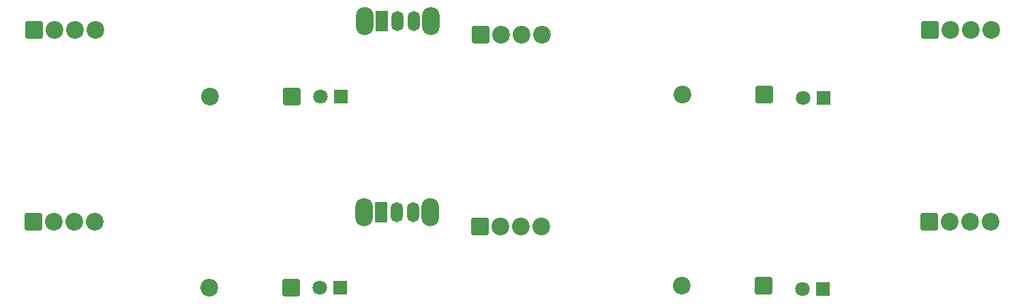
<source format=gbr>
%TF.GenerationSoftware,KiCad,Pcbnew,9.0.3*%
%TF.CreationDate,2025-09-30T08:48:07-07:00*%
%TF.ProjectId,backplate_wiring,6261636b-706c-4617-9465-5f776972696e,rev?*%
%TF.SameCoordinates,Original*%
%TF.FileFunction,Copper,L2,Bot*%
%TF.FilePolarity,Positive*%
%FSLAX46Y46*%
G04 Gerber Fmt 4.6, Leading zero omitted, Abs format (unit mm)*
G04 Created by KiCad (PCBNEW 9.0.3) date 2025-09-30 08:48:07*
%MOMM*%
%LPD*%
G01*
G04 APERTURE LIST*
G04 Aperture macros list*
%AMRoundRect*
0 Rectangle with rounded corners*
0 $1 Rounding radius*
0 $2 $3 $4 $5 $6 $7 $8 $9 X,Y pos of 4 corners*
0 Add a 4 corners polygon primitive as box body*
4,1,4,$2,$3,$4,$5,$6,$7,$8,$9,$2,$3,0*
0 Add four circle primitives for the rounded corners*
1,1,$1+$1,$2,$3*
1,1,$1+$1,$4,$5*
1,1,$1+$1,$6,$7*
1,1,$1+$1,$8,$9*
0 Add four rect primitives between the rounded corners*
20,1,$1+$1,$2,$3,$4,$5,0*
20,1,$1+$1,$4,$5,$6,$7,0*
20,1,$1+$1,$6,$7,$8,$9,0*
20,1,$1+$1,$8,$9,$2,$3,0*%
G04 Aperture macros list end*
%TA.AperFunction,ComponentPad*%
%ADD10RoundRect,0.249999X0.850001X0.850001X-0.850001X0.850001X-0.850001X-0.850001X0.850001X-0.850001X0*%
%TD*%
%TA.AperFunction,ComponentPad*%
%ADD11C,2.200000*%
%TD*%
%TA.AperFunction,ComponentPad*%
%ADD12O,2.200000X3.500000*%
%TD*%
%TA.AperFunction,ComponentPad*%
%ADD13R,1.500000X2.500000*%
%TD*%
%TA.AperFunction,ComponentPad*%
%ADD14O,1.500000X2.500000*%
%TD*%
%TA.AperFunction,ComponentPad*%
%ADD15R,1.800000X1.800000*%
%TD*%
%TA.AperFunction,ComponentPad*%
%ADD16C,1.800000*%
%TD*%
%TA.AperFunction,ComponentPad*%
%ADD17RoundRect,0.249999X-0.850001X-0.850001X0.850001X-0.850001X0.850001X0.850001X-0.850001X0.850001X0*%
%TD*%
G04 APERTURE END LIST*
D10*
%TO.P,D4,1,K*%
%TO.N,Net-(D2-A)*%
X122518000Y-129822000D03*
D11*
%TO.P,D4,2,A*%
%TO.N,GND*%
X112358000Y-129822000D03*
%TD*%
D12*
%TO.P,SW2,*%
%TO.N,*%
X131590000Y-120424000D03*
X139790000Y-120424000D03*
D13*
%TO.P,SW2,1,C*%
%TO.N,GND*%
X133690000Y-120424000D03*
D14*
%TO.P,SW2,2,B*%
%TO.N,Net-(J1-Pin_2)*%
X135690000Y-120424000D03*
%TO.P,SW2,3,A*%
%TO.N,unconnected-(SW2-A-Pad3)*%
X137690000Y-120424000D03*
%TD*%
D15*
%TO.P,D2,1,K*%
%TO.N,Net-(D2-K)*%
X128614000Y-129822000D03*
D16*
%TO.P,D2,2,A*%
%TO.N,Net-(D2-A)*%
X126074000Y-129822000D03*
%TD*%
D10*
%TO.P,D3,1,K*%
%TO.N,Net-(D1-A)*%
X181192000Y-129568000D03*
D11*
%TO.P,D3,2,A*%
%TO.N,Net-(D3-A)*%
X171032000Y-129568000D03*
%TD*%
D17*
%TO.P,J5,1,Pin_1*%
%TO.N,+BATT*%
X90514000Y-121592400D03*
D11*
%TO.P,J5,2,Pin_2*%
%TO.N,-BATT*%
X93054000Y-121592400D03*
%TO.P,J5,3,Pin_3*%
%TO.N,GND*%
X95594000Y-121592400D03*
%TO.P,J5,4,Pin_4*%
X98134000Y-121592400D03*
%TD*%
D15*
%TO.P,D1,1,K*%
%TO.N,GND*%
X188558000Y-129983000D03*
D16*
%TO.P,D1,2,A*%
%TO.N,Net-(D1-A)*%
X186018000Y-129983000D03*
%TD*%
D17*
%TO.P,J6,1,Pin_1*%
%TO.N,+BATT*%
X201761000Y-121561500D03*
D11*
%TO.P,J6,2,Pin_2*%
%TO.N,-BATT*%
X204301000Y-121561500D03*
%TO.P,J6,3,Pin_3*%
%TO.N,GND*%
X206841000Y-121561500D03*
%TO.P,J6,4,Pin_4*%
X209381000Y-121561500D03*
%TD*%
D17*
%TO.P,J1,1,Pin_1*%
%TO.N,Net-(J1-Pin_1)*%
X145970000Y-122152000D03*
D11*
%TO.P,J1,2,Pin_2*%
%TO.N,Net-(J1-Pin_2)*%
X148510000Y-122152000D03*
%TO.P,J1,3,Pin_3*%
X151050000Y-122152000D03*
%TO.P,J1,4,Pin_4*%
%TO.N,Net-(J1-Pin_4)*%
X153590000Y-122152000D03*
%TD*%
D17*
%TO.P,J5,1,Pin_1*%
%TO.N,+BATT*%
X90424000Y-145440400D03*
D11*
%TO.P,J5,2,Pin_2*%
%TO.N,-BATT*%
X92964000Y-145440400D03*
%TO.P,J5,3,Pin_3*%
%TO.N,GND*%
X95504000Y-145440400D03*
%TO.P,J5,4,Pin_4*%
X98044000Y-145440400D03*
%TD*%
D15*
%TO.P,D1,1,K*%
%TO.N,GND*%
X188468000Y-153831000D03*
D16*
%TO.P,D1,2,A*%
%TO.N,Net-(D1-A)*%
X185928000Y-153831000D03*
%TD*%
D17*
%TO.P,J6,1,Pin_1*%
%TO.N,+BATT*%
X201671000Y-145409500D03*
D11*
%TO.P,J6,2,Pin_2*%
%TO.N,-BATT*%
X204211000Y-145409500D03*
%TO.P,J6,3,Pin_3*%
%TO.N,GND*%
X206751000Y-145409500D03*
%TO.P,J6,4,Pin_4*%
X209291000Y-145409500D03*
%TD*%
D10*
%TO.P,D3,1,K*%
%TO.N,Net-(D1-A)*%
X181102000Y-153416000D03*
D11*
%TO.P,D3,2,A*%
%TO.N,Net-(D3-A)*%
X170942000Y-153416000D03*
%TD*%
D17*
%TO.P,J1,1,Pin_1*%
%TO.N,Net-(J1-Pin_1)*%
X145880000Y-146000000D03*
D11*
%TO.P,J1,2,Pin_2*%
%TO.N,Net-(J1-Pin_2)*%
X148420000Y-146000000D03*
%TO.P,J1,3,Pin_3*%
X150960000Y-146000000D03*
%TO.P,J1,4,Pin_4*%
%TO.N,Net-(J1-Pin_4)*%
X153500000Y-146000000D03*
%TD*%
D15*
%TO.P,D2,1,K*%
%TO.N,Net-(D2-K)*%
X128524000Y-153670000D03*
D16*
%TO.P,D2,2,A*%
%TO.N,Net-(D2-A)*%
X125984000Y-153670000D03*
%TD*%
D10*
%TO.P,D4,1,K*%
%TO.N,Net-(D2-A)*%
X122428000Y-153670000D03*
D11*
%TO.P,D4,2,A*%
%TO.N,GND*%
X112268000Y-153670000D03*
%TD*%
D12*
%TO.P,SW2,*%
%TO.N,*%
X131500000Y-144272000D03*
X139700000Y-144272000D03*
D13*
%TO.P,SW2,1,C*%
%TO.N,GND*%
X133600000Y-144272000D03*
D14*
%TO.P,SW2,2,B*%
%TO.N,Net-(J1-Pin_2)*%
X135600000Y-144272000D03*
%TO.P,SW2,3,A*%
%TO.N,unconnected-(SW2-A-Pad3)*%
X137600000Y-144272000D03*
%TD*%
M02*

</source>
